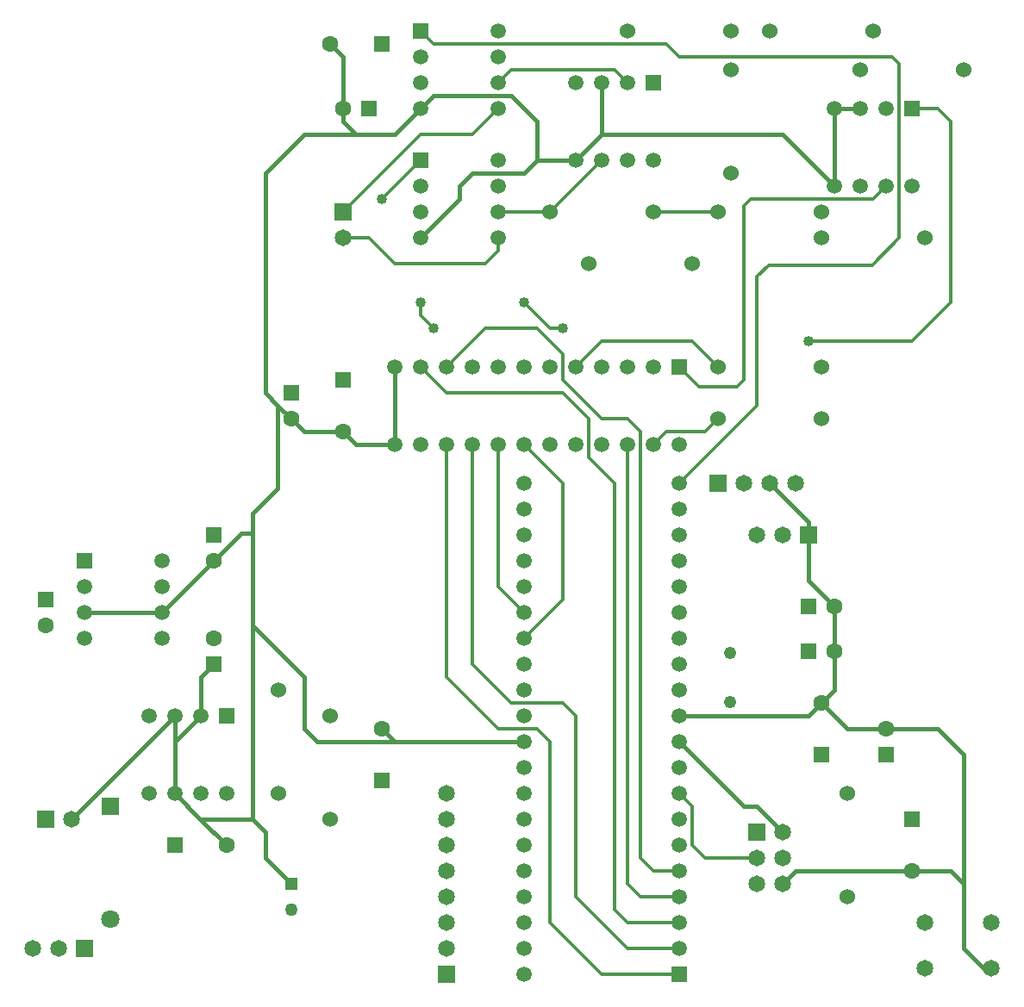
<source format=gbl>
G04 DipTrace Beta 2.3.5.2*
%INscope.GBL*%
%MOIN*%
%ADD13C,0.016*%
%ADD14C,0.013*%
%ADD15C,0.063*%
%ADD16R,0.063X0.063*%
%ADD17R,0.0709X0.0709*%
%ADD18C,0.0709*%
%ADD19R,0.065X0.065*%
%ADD20C,0.065*%
%ADD21C,0.05*%
%ADD22R,0.05X0.05*%
%ADD23C,0.06*%
%ADD24C,0.06*%
%ADD25R,0.0591X0.0591*%
%ADD26C,0.0591*%
%ADD27C,0.048*%
%ADD28C,0.04*%
%FSLAX44Y44*%
G04*
G70*
G90*
G75*
G01*
%LNBottom*%
%LPD*%
X33940Y10440D2*
D13*
X32940Y11440D1*
X32440D1*
X29940Y13940D1*
X27940Y25440D2*
D14*
Y8440D1*
X28440Y7940D1*
X29940D1*
X21940Y25440D2*
Y16940D1*
X23440Y15440D1*
X25440D1*
X25940Y14940D1*
Y7940D1*
X27940Y5940D1*
X29940D1*
X22940Y25440D2*
Y19940D1*
X23940Y18940D1*
Y25440D2*
X25440Y23940D1*
Y19440D1*
X23940Y17940D1*
X19940Y28440D2*
X20940Y27440D1*
X25440D1*
X26440Y26440D1*
Y24940D1*
X27440Y23940D1*
Y7440D1*
X27940Y6940D1*
X29940D1*
X20940Y28440D2*
X22440Y29940D1*
X24440D1*
X25440Y28940D1*
Y27940D1*
X26940Y26440D1*
X27940D1*
X28440Y25940D1*
Y9440D1*
X28940Y8940D1*
X29940D1*
X20940Y25440D2*
Y16440D1*
X22940Y14440D1*
X24440D1*
X24940Y13940D1*
Y6940D1*
X26940Y4940D1*
X29940D1*
X38940Y38440D2*
X39940D1*
X40440Y37940D1*
Y30940D1*
X38940Y29440D1*
X34940D1*
X37940Y35440D2*
X37440Y34940D1*
X32695D1*
X32435Y34680D1*
Y27945D1*
X32175Y27685D1*
X30695D1*
X29940Y28440D1*
X26940Y39440D2*
D13*
Y37440D1*
X25940Y36440D1*
X19940Y33440D2*
X21440Y34940D1*
Y35440D1*
X21940Y35940D1*
X23940D1*
X24440Y36440D1*
X25940D1*
X19940Y38440D2*
X20440Y38940D1*
X23440D1*
X24440Y37940D1*
Y36440D1*
X35940Y35440D2*
X33940Y37440D1*
X26940D1*
X35940Y35440D2*
Y38440D1*
X36940D2*
X35940D1*
X19940D2*
X18940Y37440D1*
X17440D1*
X16940Y37940D1*
Y38440D1*
X16440Y40940D2*
X16940Y40440D1*
Y38440D1*
X18940Y25440D2*
Y28440D1*
X14940Y26440D2*
X15440Y25940D1*
X16940D1*
X17440Y25440D1*
X18940D1*
X23940Y13940D2*
X18902D1*
X15940D1*
X15440Y14440D1*
Y16440D1*
X13440Y18440D1*
Y10965D1*
X13940Y10465D1*
Y9440D1*
X14940Y8440D1*
X13440Y18440D2*
Y22013D1*
X13013D1*
X11940Y20940D1*
X35940Y17440D2*
Y19190D1*
X34940Y21940D2*
Y22440D1*
X33440Y23940D1*
X34940Y21940D2*
Y20190D1*
X35940Y19190D1*
X29940Y14940D2*
X34940D1*
X35440Y15440D1*
X36440Y14440D1*
X37940D1*
X33940Y8440D2*
X34440Y8940D1*
X38940D1*
X40440D1*
X40940Y8440D1*
Y5940D1*
X41710Y5170D1*
X42000D1*
X35940Y17440D2*
Y15940D1*
X35440Y15440D1*
X37940Y14440D2*
X39940D1*
X40940Y13440D1*
Y8440D1*
X13440Y22013D2*
Y22793D1*
X14412Y23766D1*
Y26968D1*
X14940Y26440D1*
X10440Y14940D2*
Y13940D1*
Y11940D1*
X11440Y14940D2*
X10440Y13940D1*
X11940Y16940D2*
X11440Y16440D1*
Y14940D1*
X6440Y10940D2*
X10440Y14940D1*
Y11940D2*
X11415Y10965D1*
X13440D1*
X12440Y9940D2*
X11415Y10965D1*
X6940Y18940D2*
X9940D1*
X11940Y20940D1*
X14412Y26968D2*
X13940Y27440D1*
Y35940D1*
X15440Y37440D1*
X17440D1*
X18440Y14440D2*
X18902Y13978D1*
Y13940D1*
X16940Y34440D2*
D14*
X19940Y37440D1*
X21940D1*
X22940Y38440D1*
Y33440D2*
Y32940D1*
X22440Y32440D1*
X18940D1*
X17940Y33440D1*
X16940D1*
X29940Y11940D2*
X30440Y11440D1*
Y9940D1*
X30940Y9440D1*
X32940D1*
X31440Y34440D2*
X28940D1*
X25940Y28440D2*
X26940Y29440D1*
X30440D1*
X31440Y28440D1*
Y26440D2*
X30940Y25940D1*
X29440D1*
X28940Y25440D1*
X19940Y41440D2*
X20440Y40940D1*
X29440D1*
X29940Y40440D1*
X38160D1*
X38430Y40170D1*
Y36726D1*
X38440Y36716D1*
Y33440D1*
X37391Y32391D1*
X33391D1*
X32940Y31940D1*
Y26940D1*
X29940Y23940D1*
X22940Y39440D2*
X23440Y39940D1*
X27440D1*
X27940Y39440D1*
X18440Y34940D2*
X19940Y36440D1*
X22940Y34440D2*
X24940D1*
X26940Y36440D1*
X20440Y29940D2*
X19940Y30440D1*
Y30940D1*
X23940D2*
X24940Y29940D1*
X25440D1*
D28*
D3*
X23940Y30940D3*
X20440Y29940D3*
X19940Y30940D3*
X18440Y34940D3*
X34940Y29440D3*
D15*
X38940Y8940D3*
D16*
Y10940D3*
D15*
X35940Y19190D3*
D16*
X34940D3*
D15*
X35940Y17440D3*
D16*
X34940D3*
D15*
X5440Y18440D3*
D16*
Y19440D3*
D15*
X11940Y17940D3*
D16*
Y16940D3*
D15*
X16440Y40940D3*
D16*
X18440D3*
D15*
X16940Y38440D3*
D16*
X17940D3*
D15*
X11940Y20940D3*
D16*
Y21940D3*
D15*
X16940Y25940D3*
D16*
Y27940D3*
D15*
X14940Y26440D3*
D16*
Y27440D3*
D15*
X35440Y15440D3*
D16*
Y13440D3*
D15*
X37940Y14440D3*
D16*
Y13440D3*
D15*
X12440Y9940D3*
D16*
X10440D3*
D15*
X18440Y14440D3*
D16*
Y12440D3*
D17*
X7940Y11440D3*
D18*
Y7090D3*
D19*
X32940Y10440D3*
D20*
Y9440D3*
Y8440D3*
X33940D3*
Y9440D3*
Y10440D3*
D19*
X34940Y21940D3*
D20*
X33940D3*
X32940D3*
D19*
X31440Y23940D3*
D20*
X32440D3*
X33440D3*
X34440D3*
D19*
X5440Y10940D3*
D20*
X6440D3*
D19*
X16940Y34440D3*
D20*
Y33440D3*
D19*
X20940Y4940D3*
D20*
Y5940D3*
Y6940D3*
Y7940D3*
Y8940D3*
Y9940D3*
Y10940D3*
Y11940D3*
D21*
X14940Y7440D3*
D22*
Y8440D3*
D23*
X36440Y7940D3*
D24*
Y11940D3*
D23*
X31940Y39940D3*
D24*
Y35940D3*
D23*
X27940Y41440D3*
D24*
X31940D3*
D23*
X26440Y32440D3*
D24*
X30440D3*
D23*
X24940Y34440D3*
D24*
X28940D3*
D23*
X33440Y41440D3*
D24*
X37440D3*
D23*
X36940Y39940D3*
D24*
X40940D3*
D23*
X31440Y34440D3*
D24*
X35440D3*
D23*
Y33440D3*
D24*
X39440D3*
D23*
X35440Y28440D3*
D24*
X31440D3*
D23*
X35440Y26440D3*
D24*
X31440D3*
D23*
X16440Y14940D3*
D24*
Y10940D3*
D23*
X14440Y15940D3*
D24*
Y11940D3*
D20*
X39440Y6940D3*
Y5170D3*
X42000D3*
Y6940D3*
D19*
X6940Y5940D3*
D20*
X5940D3*
X4940D3*
D25*
X29940Y4940D3*
D26*
Y5940D3*
Y6940D3*
Y7940D3*
Y8940D3*
Y9940D3*
Y10940D3*
Y11940D3*
Y12940D3*
Y13940D3*
Y14940D3*
Y15940D3*
Y16940D3*
Y17940D3*
Y18940D3*
Y19940D3*
Y20940D3*
Y21940D3*
Y22940D3*
Y23940D3*
X23940D3*
Y22940D3*
Y21940D3*
Y20940D3*
Y19940D3*
Y18940D3*
Y17940D3*
Y16940D3*
Y15940D3*
Y14940D3*
Y13940D3*
Y12940D3*
Y11940D3*
Y10940D3*
Y9940D3*
Y8940D3*
Y7940D3*
Y6940D3*
Y5940D3*
Y4940D3*
D25*
X19940Y36440D3*
D26*
Y35440D3*
Y34440D3*
Y33440D3*
X22940D3*
Y34440D3*
Y35440D3*
Y36440D3*
D25*
X19940Y41440D3*
D26*
Y40440D3*
Y39440D3*
Y38440D3*
X22940D3*
Y39440D3*
Y40440D3*
Y41440D3*
D25*
X28940Y39440D3*
D26*
X27940D3*
X26940D3*
X25940D3*
Y36440D3*
X26940D3*
X27940D3*
X28940D3*
D25*
X38940Y38440D3*
D26*
X37940D3*
X36940D3*
X35940D3*
Y35440D3*
X36940D3*
X37940D3*
X38940D3*
D25*
X29940Y28440D3*
D26*
X28940D3*
X27940D3*
X26940D3*
X25940D3*
X24940D3*
X23940D3*
X22940D3*
X21940D3*
X20940D3*
X19940D3*
X18940D3*
Y25440D3*
X19940D3*
X20940D3*
X21940D3*
X22940D3*
X23940D3*
X24940D3*
X25940D3*
X26940D3*
X27940D3*
X28940D3*
X29940D3*
D25*
X12440Y14940D3*
D26*
X11440D3*
X10440D3*
X9440D3*
Y11940D3*
X10440D3*
X11440D3*
X12440D3*
D25*
X6940Y20940D3*
D26*
Y19940D3*
Y18940D3*
Y17940D3*
X9940D3*
Y18940D3*
Y19940D3*
Y20940D3*
D27*
X31890Y15490D3*
Y17390D3*
M02*

</source>
